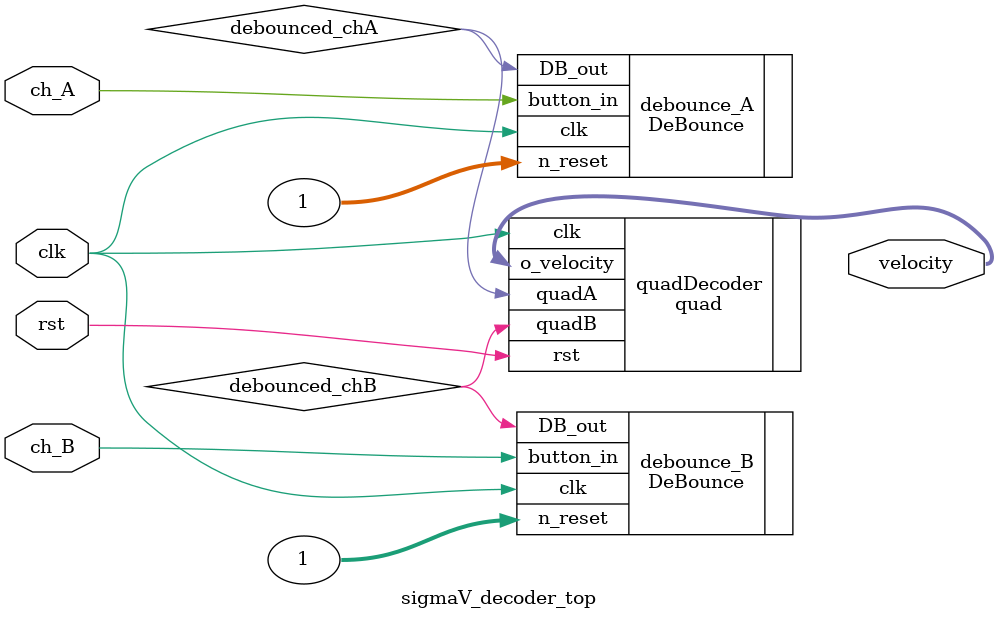
<source format=v>
module sigmaV_decoder_top(clk, rst, ch_A, ch_B, velocity);

	input clk, rst, ch_A, ch_B;
	output [31:0] velocity;
	
	wire debounced_chA, debounced_chB;
	
	
	DeBounce debounce_A(
		.clk(clk), 
		.n_reset('b1), 
		.button_in(ch_A),
		.DB_out(debounced_chA)
		);
		
	DeBounce debounce_B(
		.clk(clk), 
		.n_reset('b1), 
		.button_in(ch_B),
		.DB_out(debounced_chB)
		);
	
	quad quadDecoder(
	.clk(clk), 
	.quadA(debounced_chA), 
	.quadB(debounced_chB), 
	//.count, 
	.rst(rst), 
	.o_velocity(velocity)
	//.count2
	);
	
//	always@(posedge clk)
//	begin
//		counter <= counter + 1'd1;
//		sampling_clk[1] <= sampling_clk[0];
//	end
//	
//	always@(posedge counter[12])
//	begin
//		sampling_clk[0] <= ~sampling_clk[0];
//	end
//	
//	assign w_sampling_clk = sampling_clk[0] ^ sampling_clk[1]; // Generate sampling clock

endmodule

</source>
